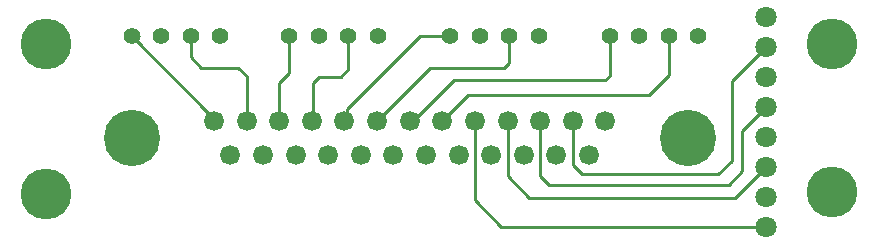
<source format=gtl>
G04*
G04 #@! TF.GenerationSoftware,Altium Limited,Altium Designer,19.0.10 (269)*
G04*
G04 Layer_Physical_Order=1*
G04 Layer_Color=255*
%FSLAX25Y25*%
%MOIN*%
G70*
G01*
G75*
%ADD10C,0.01000*%
%ADD16C,0.16929*%
%ADD17C,0.05600*%
%ADD18C,0.18740*%
%ADD19C,0.06653*%
%ADD20C,0.07087*%
D10*
X174362Y40868D02*
X176175Y42681D01*
X183175Y7500D02*
X271500D01*
X174362Y16313D02*
X183175Y7500D01*
X260000Y56000D02*
X269512Y65512D01*
X260000Y29500D02*
Y56000D01*
X269512Y65512D02*
Y67988D01*
X196102Y24500D02*
Y40868D01*
Y24500D02*
X199102Y21500D01*
X259000D01*
X263500Y26000D01*
Y39500D01*
X271500Y47500D01*
X207000Y40896D02*
X208785Y42681D01*
X255500Y25000D02*
X260000Y29500D01*
X210000Y25000D02*
X255500D01*
X185232Y24268D02*
X192500Y17000D01*
X261000D01*
X271500Y27500D01*
X269500Y68000D02*
X269512Y67988D01*
X196102Y40868D02*
X197915Y42681D01*
X245244Y37000D02*
Y44744D01*
X185232Y40868D02*
X187045Y42681D01*
X120500Y44006D02*
X121825Y42681D01*
X60000Y33000D02*
Y37000D01*
X181610Y31500D02*
X182500Y30610D01*
X100085Y42681D02*
Y44915D01*
X174362Y16313D02*
Y40868D01*
X185232Y24268D02*
Y40868D01*
X207000Y28000D02*
X210000Y25000D01*
X207000Y28000D02*
Y40896D01*
X239000Y58000D02*
Y71000D01*
X232500Y51500D02*
X239000Y58000D01*
X171992Y51500D02*
X232500D01*
X219316Y57816D02*
Y71000D01*
X217810Y56310D02*
X219316Y57816D01*
X167482Y56310D02*
X217810D01*
X185842Y62152D02*
Y71000D01*
X184000Y60310D02*
X185842Y62152D01*
X159471Y60310D02*
X184000D01*
X165305Y44813D02*
X171992Y51500D01*
X141752Y42591D02*
X159471Y60310D01*
X132158Y60009D02*
Y71000D01*
X122500Y57500D02*
X129649D01*
X132158Y60009D01*
X120500Y55500D02*
X122500Y57500D01*
X120500Y44006D02*
Y55500D01*
X98272Y42591D02*
Y57728D01*
X95500Y60500D02*
X98272Y57728D01*
X83157Y60500D02*
X95500D01*
X87402Y44494D02*
X89215Y42681D01*
X86480Y44494D02*
X87402D01*
X59974Y71000D02*
X86480Y44494D01*
X153762Y42591D02*
X167482Y56310D01*
X152622Y42591D02*
X153762D01*
X165305Y42681D02*
Y44813D01*
X131649Y46649D02*
X156000Y71000D01*
X166158D01*
X131649Y43358D02*
Y46649D01*
X130882Y42591D02*
X131649Y43358D01*
X109142Y55300D02*
X112474Y58632D01*
Y71000D01*
X109142Y42591D02*
Y55300D01*
X79658Y63999D02*
X83157Y60500D01*
X79658Y63999D02*
Y71000D01*
X59974D02*
X62500D01*
D16*
X31500Y18500D02*
D03*
Y68500D02*
D03*
X293500Y19000D02*
D03*
Y68500D02*
D03*
D17*
X195684Y71000D02*
D03*
X185842D02*
D03*
X176000D02*
D03*
X166158D02*
D03*
X112474D02*
D03*
X122316D02*
D03*
X132158D02*
D03*
X142000D02*
D03*
X248842D02*
D03*
X239000D02*
D03*
X229158D02*
D03*
X219316D02*
D03*
X59974D02*
D03*
X69816D02*
D03*
X79658D02*
D03*
X89500D02*
D03*
D18*
X245244Y37000D02*
D03*
X60000D02*
D03*
D19*
X87402Y42591D02*
D03*
X92837Y31409D02*
D03*
X98272Y42591D02*
D03*
X103707Y31409D02*
D03*
X109142Y42591D02*
D03*
X114577Y31409D02*
D03*
X120012Y42591D02*
D03*
X125447Y31409D02*
D03*
X130882Y42591D02*
D03*
X136317Y31409D02*
D03*
X141752Y42591D02*
D03*
X147187Y31409D02*
D03*
X152622Y42591D02*
D03*
X158057Y31409D02*
D03*
X163492Y42591D02*
D03*
X168927Y31409D02*
D03*
X174362Y42591D02*
D03*
X179797Y31409D02*
D03*
X185232Y42591D02*
D03*
X190667Y31409D02*
D03*
X196102Y42591D02*
D03*
X201537Y31409D02*
D03*
X206972Y42591D02*
D03*
X212407Y31409D02*
D03*
X217843Y42591D02*
D03*
D20*
X271500Y17500D02*
D03*
Y7500D02*
D03*
Y27500D02*
D03*
Y37500D02*
D03*
Y47500D02*
D03*
Y57500D02*
D03*
Y67500D02*
D03*
Y77500D02*
D03*
M02*

</source>
